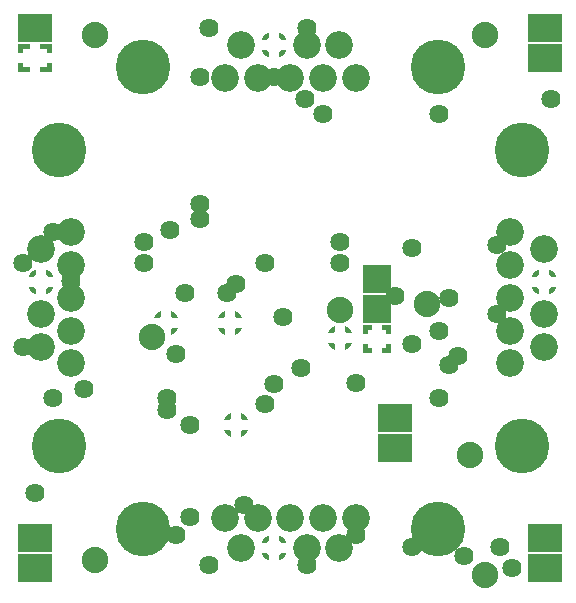
<source format=gbr>
%FSLAX14Y14*%
%MOIN*%
G04 EasyPC Gerber Version 18.0.1 Build 3581 *
%ADD100R,0.09200X0.09200*%
%ADD103C,0.06400*%
%ADD104C,0.08800*%
%ADD97C,0.09200*%
%AMT101*0 Thermal pad*4,1,6,0.03000,0.01600,0.03000,0.03000,0.01600,0.03000,0.01600,0.04600,0.04600,0.04600,0.04600,0.01600,0.03000,0.01600,0*4,1,6,-0.01600,0.03000,-0.03000,0.03000,-0.03000,0.01600,-0.04600,0.01600,-0.04600,0.04600,-0.01600,0.04600,-0.01600,0.03000,0*4,1,6,-0.03000,-0.01600,-0.03000,-0.03000,-0.01600,-0.03000,-0.01600,-0.04600,-0.04600,-0.04600,-0.04600,-0.01600,-0.03000,-0.01600,0*4,1,6,0.01600,-0.03000,0.03000,-0.03000,0.03000,-0.01600,0.04600,-0.01600,0.04600,-0.04600,0.01600,-0.04600,0.01600,-0.03000,0*%
%ADD101T101*%
%AMT105*0 Thermal pad*7,0,0,0.08800,0.05600,0.03200,0*%
%ADD105T105*%
%AMT98*0 Thermal pad*7,0,0,0.09200,0.06000,0.03200,0*%
%ADD98T98*%
%ADD99C,0.18200*%
%ADD107R,0.11200X0.09200*%
%AMT108*0 Thermal pad*4,1,6,-0.01600,0.03000,-0.04000,0.03000,-0.04000,0.01600,-0.05600,0.01600,-0.05600,0.04600,-0.01600,0.04600,-0.01600,0.03000,0*4,1,6,-0.04000,-0.01600,-0.04000,-0.03000,-0.01600,-0.03000,-0.01600,-0.04600,-0.05600,-0.04600,-0.05600,-0.01600,-0.04000,-0.01600,0*4,1,6,0.01600,-0.03000,0.04000,-0.03000,0.04000,-0.01600,0.05600,-0.01600,0.05600,-0.04600,0.01600,-0.04600,0.01600,-0.03000,0*4,1,6,0.04000,0.01600,0.04000,0.03000,0.01600,0.03000,0.01600,0.04600,0.05600,0.04600,0.05600,0.01600,0.04000,0.01600,0*%
%ADD108T108*%
X0Y0D02*
D02*
D97*
X1700Y8544D03*
Y9635D03*
Y11816D03*
X2700Y7999D03*
Y9089D03*
Y10180D03*
Y11271D03*
Y12361D03*
X7844Y2855D03*
Y17505D03*
X8389Y1855D03*
Y18620D03*
X8934Y2855D03*
Y17505D03*
X10025Y2855D03*
Y17505D03*
X10570Y1855D03*
Y18620D03*
X11116Y2855D03*
Y17505D03*
X11661Y1855D03*
Y18620D03*
X12206Y2855D03*
Y17505D03*
X17350Y7999D03*
Y9089D03*
Y10180D03*
Y11271D03*
Y12361D03*
X18465Y8544D03*
Y9635D03*
Y11816D03*
D02*
D98*
X1700Y10725D03*
X9480Y1855D03*
Y18620D03*
X18465Y10725D03*
D02*
D99*
X2315Y5260D03*
Y15100D03*
X5105Y2470D03*
Y17890D03*
X14945Y2470D03*
Y17890D03*
X17735Y5260D03*
Y15100D03*
D02*
D100*
X12900Y9805D03*
Y10805D03*
D02*
D101*
Y8805D03*
D02*
D103*
X1125Y8530D03*
Y11330D03*
X1525Y3680D03*
X2125Y6830D03*
Y12380D03*
X2725Y10730D03*
X3150Y7130D03*
X5150Y11330D03*
Y12055D03*
X5925Y6430D03*
Y6830D03*
X6025Y12430D03*
X6225Y2280D03*
Y8305D03*
X6525Y10330D03*
X6675Y2880D03*
Y5930D03*
X7025Y12805D03*
Y13305D03*
Y17530D03*
X7325Y1280D03*
Y19180D03*
X7925Y10330D03*
X8225Y10630D03*
X8475Y3280D03*
X9175Y6630D03*
Y11330D03*
X9475Y7305D03*
Y17530D03*
X9775Y9530D03*
X10375Y7830D03*
X10525Y16805D03*
X10575Y1280D03*
Y19180D03*
X11125Y16305D03*
X11675Y11330D03*
Y12055D03*
X12225Y2280D03*
Y7330D03*
X13525Y10230D03*
X14075Y1880D03*
Y8630D03*
Y11830D03*
X14975Y6830D03*
Y9080D03*
Y16305D03*
X15325Y7930D03*
Y10180D03*
X15625Y8230D03*
X15825Y1580D03*
X16925Y9630D03*
Y11930D03*
X17025Y1880D03*
X17425Y1180D03*
X18700Y16805D03*
D02*
D104*
X3525Y1430D03*
Y18930D03*
X5425Y8880D03*
X11675Y9780D03*
X14575Y9980D03*
X16025Y4930D03*
X16525Y930D03*
Y18930D03*
D02*
D105*
X5875Y9330D03*
X8025D03*
X8225Y5930D03*
X11675Y8830D03*
D02*
D107*
X1525Y1180D03*
Y2180D03*
Y19180D03*
X13525Y5180D03*
Y6180D03*
X18525Y1180D03*
Y2180D03*
Y18180D03*
Y19180D03*
D02*
D108*
X1525Y18180D03*
X0Y0D02*
M02*

</source>
